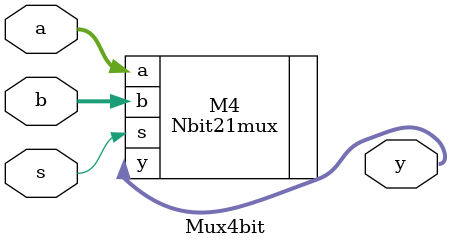
<source format=v>
`timescale 1ns / 1ps
module Mux4bit(
    input wire [3:0] a,
    input wire [3:0] b,
    input s,
    output [3:0] y
    );
	Nbit21mux #(
	.N(4))
		M4 (.a(a),
		.b(b),
		.s(s),
		.y(y)
	);	

endmodule

</source>
